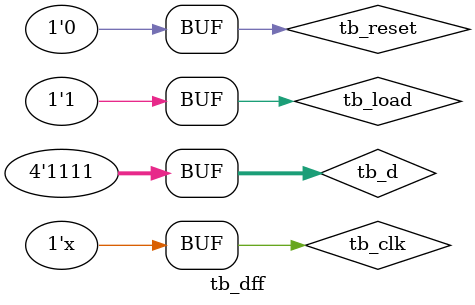
<source format=v>
`timescale 1ns/1ps

module tb_dff;

  //kezdoerteket adunk orajelnek, resetnek
  reg tb_clk = 0;
  reg tb_reset = 0;
  reg [3:0]tb_d = 0;
  reg tb_load = 0;
  wire [3:0]tb_q;
  wire [3:0]tb_qn;
  
  // A dff verilog modul peldanyositasa
  dff dff_peldany(
    // a testbench jeleit rakotjuk a dff peldany portjaihoz
    .clk(tb_clk), 
    .reset(tb_reset),
    .d(tb_d),
    .load(tb_load),
    .q(tb_q),
    .qn(tb_qn)
  );

  
  initial begin
    $display("Load = 0");
    #2 tb_load = 1;

    $display("Flip-flop reset aktivalasa");
    #2 tb_reset = 1;
    
    $display("Reset deaktivalasa");
    #10 tb_reset = 0;
    
    $display("Bemenetre 1-et adunk");
    #1 tb_d = 4'b1111;
  end

  // orajel eloallitasa, periodusido 10ns
  // ez az always blokk parhuzamosan ertekelodik ki a fenti initial blokkokkal
  always #5 tb_clk = ~tb_clk;
  
endmodule
</source>
